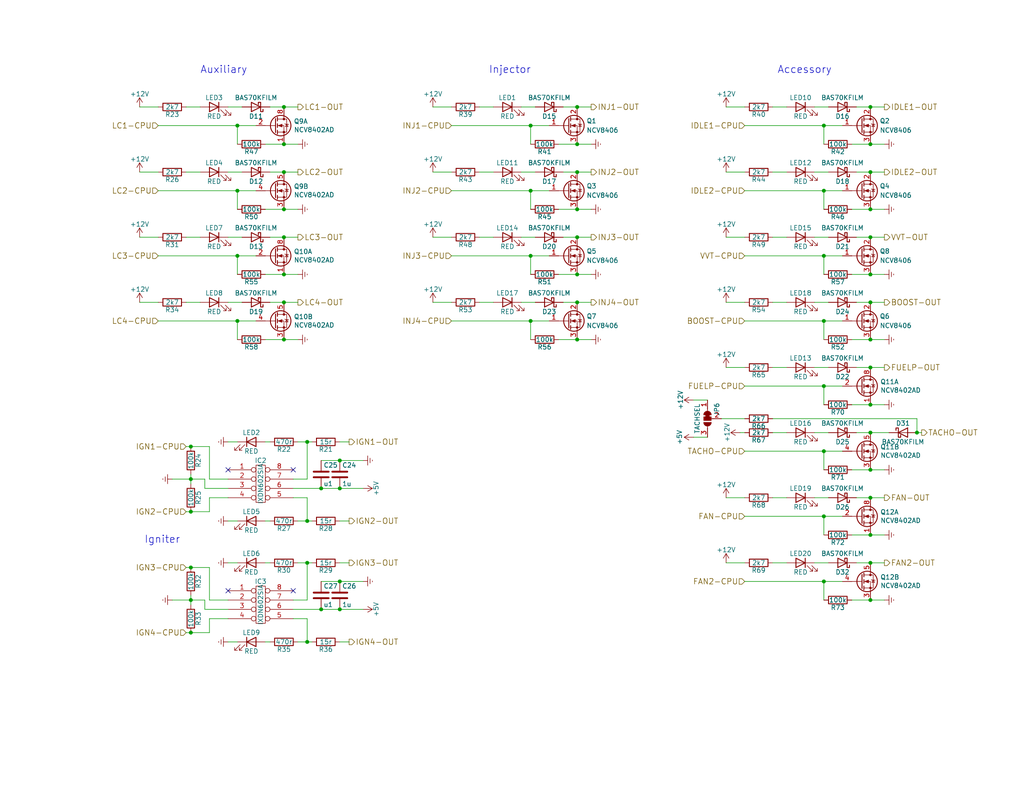
<source format=kicad_sch>
(kicad_sch (version 20211123) (generator eeschema)
  (paper "USLetter")
  (title_block (title "UA4C") (date "2022-07-13") (rev "C4") (company "WTMtronics") (comment 1 "White Fang"))
  (junction (at 144.78 69.85))
  (junction (at 224.79 87.63))
  (junction (at 224.79 34.29))
  (junction (at 237.49 92.71))
  (junction (at 224.79 140.97))
  (junction (at 157.48 57.15))
  (junction (at 64.77 69.85))
  (junction (at 237.49 100.33))
  (junction (at 250.19 118.11))
  (junction (at 237.49 110.49))
  (junction (at 92.71 125.73))
  (junction (at 77.47 82.55))
  (junction (at 87.63 133.35))
  (junction (at 237.49 135.89))
  (junction (at 237.49 82.55))
  (junction (at 77.47 46.99))
  (junction (at 64.77 87.63))
  (junction (at 237.49 153.67))
  (junction (at 92.71 133.35))
  (junction (at 237.49 74.93))
  (junction (at 144.78 87.63))
  (junction (at 237.49 57.15))
  (junction (at 77.47 92.71))
  (junction (at 157.48 64.77))
  (junction (at 92.71 166.37))
  (junction (at 77.47 29.21))
  (junction (at 77.47 64.77))
  (junction (at 144.78 34.29))
  (junction (at 83.82 175.26))
  (junction (at 77.47 39.37))
  (junction (at 237.49 64.77))
  (junction (at 237.49 29.21))
  (junction (at 237.49 46.99))
  (junction (at 224.79 105.41))
  (junction (at 157.48 92.71))
  (junction (at 224.79 123.19))
  (junction (at 237.49 163.83))
  (junction (at 224.79 158.75))
  (junction (at 157.48 29.21))
  (junction (at 157.48 74.93))
  (junction (at 64.77 34.29))
  (junction (at 77.47 74.93))
  (junction (at 237.49 118.11))
  (junction (at 52.07 172.72))
  (junction (at 64.77 52.07))
  (junction (at 224.79 52.07))
  (junction (at 224.79 69.85))
  (junction (at 144.78 52.07))
  (junction (at 87.63 166.37))
  (junction (at 237.49 146.05))
  (junction (at 237.49 128.27))
  (junction (at 52.07 163.83))
  (junction (at 157.48 82.55))
  (junction (at 157.48 39.37))
  (junction (at 52.07 154.94))
  (junction (at 52.07 121.92))
  (junction (at 77.47 57.15))
  (junction (at 52.07 139.7))
  (junction (at 83.82 153.67))
  (junction (at 83.82 120.65))
  (junction (at 52.07 130.81))
  (junction (at 237.49 39.37))
  (junction (at 92.71 158.75))
  (junction (at 83.82 142.24))
  (junction (at 157.48 46.99))
  (no_connect (at 80.01 161.29))
  (no_connect (at 62.23 128.27))
  (no_connect (at 62.23 161.29))
  (no_connect (at 80.01 128.27))
  (wire (pts (xy 144.78 57.15) (xy 144.78 52.07)))
  (wire (pts (xy 43.18 46.99) (xy 38.1 46.99)))
  (wire (pts (xy 157.48 82.55) (xy 161.29 82.55)))
  (wire (pts (xy 203.2 135.89) (xy 198.12 135.89)))
  (wire (pts (xy 233.68 153.67) (xy 237.49 153.67)))
  (wire (pts (xy 64.77 34.29) (xy 69.85 34.29)))
  (wire (pts (xy 226.06 46.99) (xy 222.25 46.99)))
  (wire (pts (xy 81.28 120.65) (xy 83.82 120.65)))
  (wire (pts (xy 237.49 110.49) (xy 241.3 110.49)))
  (wire (pts (xy 43.18 69.85) (xy 64.77 69.85)))
  (wire (pts (xy 134.62 64.77) (xy 130.81 64.77)))
  (wire (pts (xy 87.63 166.37) (xy 92.71 166.37)))
  (wire (pts (xy 72.39 57.15) (xy 77.47 57.15)))
  (wire (pts (xy 224.79 74.93) (xy 224.79 69.85)))
  (wire (pts (xy 203.2 64.77) (xy 198.12 64.77)))
  (wire (pts (xy 123.19 29.21) (xy 118.11 29.21)))
  (wire (pts (xy 77.47 82.55) (xy 81.28 82.55)))
  (wire (pts (xy 52.07 129.54) (xy 52.07 130.81)))
  (wire (pts (xy 52.07 162.56) (xy 52.07 163.83)))
  (wire (pts (xy 72.39 142.24) (xy 73.66 142.24)))
  (wire (pts (xy 157.48 29.21) (xy 161.29 29.21)))
  (wire (pts (xy 77.47 74.93) (xy 81.28 74.93)))
  (wire (pts (xy 57.15 154.94) (xy 57.15 163.83)))
  (wire (pts (xy 232.41 146.05) (xy 237.49 146.05)))
  (wire (pts (xy 52.07 172.72) (xy 57.15 172.72)))
  (wire (pts (xy 83.82 130.81) (xy 80.01 130.81)))
  (wire (pts (xy 203.2 46.99) (xy 198.12 46.99)))
  (wire (pts (xy 237.49 39.37) (xy 241.3 39.37)))
  (wire (pts (xy 237.49 57.15) (xy 241.3 57.15)))
  (wire (pts (xy 66.04 64.77) (xy 62.23 64.77)))
  (wire (pts (xy 92.71 175.26) (xy 95.25 175.26)))
  (wire (pts (xy 226.06 29.21) (xy 222.25 29.21)))
  (wire (pts (xy 153.67 82.55) (xy 157.48 82.55)))
  (wire (pts (xy 87.63 158.75) (xy 92.71 158.75)))
  (wire (pts (xy 203.2 153.67) (xy 198.12 153.67)))
  (wire (pts (xy 87.63 133.35) (xy 92.71 133.35)))
  (wire (pts (xy 203.2 100.33) (xy 198.12 100.33)))
  (wire (pts (xy 214.63 100.33) (xy 210.82 100.33)))
  (wire (pts (xy 214.63 29.21) (xy 210.82 29.21)))
  (wire (pts (xy 144.78 87.63) (xy 149.86 87.63)))
  (wire (pts (xy 237.49 92.71) (xy 241.3 92.71)))
  (wire (pts (xy 224.79 128.27) (xy 224.79 123.19)))
  (wire (pts (xy 226.06 118.11) (xy 222.25 118.11)))
  (wire (pts (xy 57.15 139.7) (xy 57.15 135.89)))
  (wire (pts (xy 57.15 121.92) (xy 57.15 130.81)))
  (wire (pts (xy 77.47 64.77) (xy 81.28 64.77)))
  (wire (pts (xy 123.19 82.55) (xy 118.11 82.55)))
  (wire (pts (xy 224.79 69.85) (xy 229.87 69.85)))
  (wire (pts (xy 233.68 82.55) (xy 237.49 82.55)))
  (wire (pts (xy 80.01 135.89) (xy 83.82 135.89)))
  (wire (pts (xy 55.88 130.81) (xy 55.88 133.35)))
  (wire (pts (xy 157.48 46.99) (xy 161.29 46.99)))
  (wire (pts (xy 237.49 100.33) (xy 241.3 100.33)))
  (wire (pts (xy 57.15 163.83) (xy 62.23 163.83)))
  (wire (pts (xy 92.71 125.73) (xy 99.06 125.73)))
  (wire (pts (xy 134.62 29.21) (xy 130.81 29.21)))
  (wire (pts (xy 57.15 168.91) (xy 62.23 168.91)))
  (wire (pts (xy 52.07 139.7) (xy 57.15 139.7)))
  (wire (pts (xy 224.79 110.49) (xy 224.79 105.41)))
  (wire (pts (xy 237.49 82.55) (xy 241.3 82.55)))
  (wire (pts (xy 237.49 46.99) (xy 241.3 46.99)))
  (wire (pts (xy 224.79 87.63) (xy 229.87 87.63)))
  (wire (pts (xy 55.88 133.35) (xy 62.23 133.35)))
  (wire (pts (xy 72.39 120.65) (xy 73.66 120.65)))
  (wire (pts (xy 57.15 130.81) (xy 62.23 130.81)))
  (wire (pts (xy 66.04 29.21) (xy 62.23 29.21)))
  (wire (pts (xy 83.82 135.89) (xy 83.82 142.24)))
  (wire (pts (xy 146.05 82.55) (xy 142.24 82.55)))
  (wire (pts (xy 52.07 130.81) (xy 52.07 132.08)))
  (wire (pts (xy 224.79 52.07) (xy 229.87 52.07)))
  (wire (pts (xy 226.06 82.55) (xy 222.25 82.55)))
  (wire (pts (xy 144.78 69.85) (xy 149.86 69.85)))
  (wire (pts (xy 157.48 92.71) (xy 152.4 92.71)))
  (wire (pts (xy 203.2 69.85) (xy 224.79 69.85)))
  (wire (pts (xy 72.39 153.67) (xy 73.66 153.67)))
  (wire (pts (xy 62.23 153.67) (xy 64.77 153.67)))
  (wire (pts (xy 161.29 92.71) (xy 157.48 92.71)))
  (wire (pts (xy 83.82 153.67) (xy 85.09 153.67)))
  (wire (pts (xy 233.68 135.89) (xy 237.49 135.89)))
  (wire (pts (xy 92.71 158.75) (xy 99.06 158.75)))
  (wire (pts (xy 157.48 64.77) (xy 161.29 64.77)))
  (wire (pts (xy 43.18 82.55) (xy 38.1 82.55)))
  (wire (pts (xy 203.2 158.75) (xy 224.79 158.75)))
  (wire (pts (xy 144.78 52.07) (xy 149.86 52.07)))
  (wire (pts (xy 203.2 105.41) (xy 224.79 105.41)))
  (wire (pts (xy 73.66 64.77) (xy 77.47 64.77)))
  (wire (pts (xy 224.79 34.29) (xy 229.87 34.29)))
  (wire (pts (xy 237.49 153.67) (xy 241.3 153.67)))
  (wire (pts (xy 161.29 57.15) (xy 157.48 57.15)))
  (wire (pts (xy 226.06 64.77) (xy 222.25 64.77)))
  (wire (pts (xy 193.04 119.38) (xy 189.23 119.38)))
  (wire (pts (xy 123.19 46.99) (xy 118.11 46.99)))
  (wire (pts (xy 64.77 39.37) (xy 64.77 34.29)))
  (wire (pts (xy 54.61 82.55) (xy 50.8 82.55)))
  (wire (pts (xy 123.19 52.07) (xy 144.78 52.07)))
  (wire (pts (xy 77.47 46.99) (xy 81.28 46.99)))
  (wire (pts (xy 157.48 57.15) (xy 152.4 57.15)))
  (wire (pts (xy 73.66 82.55) (xy 77.47 82.55)))
  (wire (pts (xy 157.48 74.93) (xy 152.4 74.93)))
  (wire (pts (xy 224.79 92.71) (xy 224.79 87.63)))
  (wire (pts (xy 232.41 74.93) (xy 237.49 74.93)))
  (wire (pts (xy 153.67 29.21) (xy 157.48 29.21)))
  (wire (pts (xy 43.18 64.77) (xy 38.1 64.77)))
  (wire (pts (xy 64.77 69.85) (xy 69.85 69.85)))
  (wire (pts (xy 92.71 153.67) (xy 95.25 153.67)))
  (wire (pts (xy 233.68 29.21) (xy 237.49 29.21)))
  (wire (pts (xy 72.39 92.71) (xy 77.47 92.71)))
  (wire (pts (xy 64.77 57.15) (xy 64.77 52.07)))
  (wire (pts (xy 203.2 29.21) (xy 198.12 29.21)))
  (wire (pts (xy 144.78 74.93) (xy 144.78 69.85)))
  (wire (pts (xy 92.71 120.65) (xy 95.25 120.65)))
  (wire (pts (xy 83.82 168.91) (xy 80.01 168.91)))
  (wire (pts (xy 250.19 118.11) (xy 251.46 118.11)))
  (wire (pts (xy 55.88 166.37) (xy 62.23 166.37)))
  (wire (pts (xy 50.8 139.7) (xy 52.07 139.7)))
  (wire (pts (xy 83.82 142.24) (xy 85.09 142.24)))
  (wire (pts (xy 72.39 74.93) (xy 77.47 74.93)))
  (wire (pts (xy 52.07 121.92) (xy 57.15 121.92)))
  (wire (pts (xy 123.19 34.29) (xy 144.78 34.29)))
  (wire (pts (xy 50.8 121.92) (xy 52.07 121.92)))
  (wire (pts (xy 210.82 114.3) (xy 250.19 114.3)))
  (wire (pts (xy 72.39 39.37) (xy 77.47 39.37)))
  (wire (pts (xy 226.06 153.67) (xy 222.25 153.67)))
  (wire (pts (xy 73.66 46.99) (xy 77.47 46.99)))
  (wire (pts (xy 233.68 64.77) (xy 237.49 64.77)))
  (wire (pts (xy 52.07 163.83) (xy 52.07 165.1)))
  (wire (pts (xy 203.2 34.29) (xy 224.79 34.29)))
  (wire (pts (xy 46.99 130.81) (xy 52.07 130.81)))
  (wire (pts (xy 196.85 114.3) (xy 203.2 114.3)))
  (wire (pts (xy 54.61 29.21) (xy 50.8 29.21)))
  (wire (pts (xy 203.2 87.63) (xy 224.79 87.63)))
  (wire (pts (xy 92.71 166.37) (xy 99.06 166.37)))
  (wire (pts (xy 77.47 29.21) (xy 81.28 29.21)))
  (wire (pts (xy 123.19 87.63) (xy 144.78 87.63)))
  (wire (pts (xy 43.18 29.21) (xy 38.1 29.21)))
  (wire (pts (xy 55.88 163.83) (xy 55.88 166.37)))
  (wire (pts (xy 214.63 64.77) (xy 210.82 64.77)))
  (wire (pts (xy 83.82 168.91) (xy 83.82 175.26)))
  (wire (pts (xy 242.57 118.11) (xy 237.49 118.11)))
  (wire (pts (xy 83.82 175.26) (xy 85.09 175.26)))
  (wire (pts (xy 43.18 87.63) (xy 64.77 87.63)))
  (wire (pts (xy 134.62 82.55) (xy 130.81 82.55)))
  (wire (pts (xy 92.71 133.35) (xy 99.06 133.35)))
  (wire (pts (xy 224.79 39.37) (xy 224.79 34.29)))
  (wire (pts (xy 224.79 57.15) (xy 224.79 52.07)))
  (wire (pts (xy 81.28 175.26) (xy 83.82 175.26)))
  (wire (pts (xy 224.79 123.19) (xy 229.87 123.19)))
  (wire (pts (xy 224.79 140.97) (xy 229.87 140.97)))
  (wire (pts (xy 77.47 39.37) (xy 81.28 39.37)))
  (wire (pts (xy 203.2 82.55) (xy 198.12 82.55)))
  (wire (pts (xy 224.79 105.41) (xy 229.87 105.41)))
  (wire (pts (xy 62.23 142.24) (xy 64.77 142.24)))
  (wire (pts (xy 83.82 120.65) (xy 85.09 120.65)))
  (wire (pts (xy 224.79 158.75) (xy 229.87 158.75)))
  (wire (pts (xy 57.15 135.89) (xy 62.23 135.89)))
  (wire (pts (xy 157.48 39.37) (xy 152.4 39.37)))
  (wire (pts (xy 73.66 29.21) (xy 77.47 29.21)))
  (wire (pts (xy 80.01 133.35) (xy 87.63 133.35)))
  (wire (pts (xy 161.29 74.93) (xy 157.48 74.93)))
  (wire (pts (xy 87.63 125.73) (xy 92.71 125.73)))
  (wire (pts (xy 83.82 153.67) (xy 83.82 163.83)))
  (wire (pts (xy 237.49 135.89) (xy 241.3 135.89)))
  (wire (pts (xy 52.07 130.81) (xy 55.88 130.81)))
  (wire (pts (xy 161.29 39.37) (xy 157.48 39.37)))
  (wire (pts (xy 237.49 146.05) (xy 241.3 146.05)))
  (wire (pts (xy 81.28 153.67) (xy 83.82 153.67)))
  (wire (pts (xy 237.49 64.77) (xy 241.3 64.77)))
  (wire (pts (xy 123.19 64.77) (xy 118.11 64.77)))
  (wire (pts (xy 64.77 74.93) (xy 64.77 69.85)))
  (wire (pts (xy 232.41 57.15) (xy 237.49 57.15)))
  (wire (pts (xy 224.79 146.05) (xy 224.79 140.97)))
  (wire (pts (xy 214.63 153.67) (xy 210.82 153.67)))
  (wire (pts (xy 72.39 175.26) (xy 73.66 175.26)))
  (wire (pts (xy 233.68 46.99) (xy 237.49 46.99)))
  (wire (pts (xy 43.18 34.29) (xy 64.77 34.29)))
  (wire (pts (xy 233.68 118.11) (xy 237.49 118.11)))
  (wire (pts (xy 54.61 46.99) (xy 50.8 46.99)))
  (wire (pts (xy 62.23 120.65) (xy 64.77 120.65)))
  (wire (pts (xy 146.05 64.77) (xy 142.24 64.77)))
  (wire (pts (xy 201.93 118.11) (xy 203.2 118.11)))
  (wire (pts (xy 237.49 163.83) (xy 241.3 163.83)))
  (wire (pts (xy 226.06 135.89) (xy 222.25 135.89)))
  (wire (pts (xy 232.41 128.27) (xy 237.49 128.27)))
  (wire (pts (xy 62.23 175.26) (xy 64.77 175.26)))
  (wire (pts (xy 123.19 69.85) (xy 144.78 69.85)))
  (wire (pts (xy 50.8 172.72) (xy 52.07 172.72)))
  (wire (pts (xy 203.2 123.19) (xy 224.79 123.19)))
  (wire (pts (xy 214.63 82.55) (xy 210.82 82.55)))
  (wire (pts (xy 232.41 39.37) (xy 237.49 39.37)))
  (wire (pts (xy 92.71 142.24) (xy 95.25 142.24)))
  (wire (pts (xy 226.06 100.33) (xy 222.25 100.33)))
  (wire (pts (xy 232.41 110.49) (xy 237.49 110.49)))
  (wire (pts (xy 64.77 52.07) (xy 69.85 52.07)))
  (wire (pts (xy 189.23 109.22) (xy 193.04 109.22)))
  (wire (pts (xy 214.63 46.99) (xy 210.82 46.99)))
  (wire (pts (xy 64.77 92.71) (xy 64.77 87.63)))
  (wire (pts (xy 214.63 135.89) (xy 210.82 135.89)))
  (wire (pts (xy 237.49 128.27) (xy 241.3 128.27)))
  (wire (pts (xy 232.41 92.71) (xy 237.49 92.71)))
  (wire (pts (xy 250.19 114.3) (xy 250.19 118.11)))
  (wire (pts (xy 203.2 140.97) (xy 224.79 140.97)))
  (wire (pts (xy 203.2 52.07) (xy 224.79 52.07)))
  (wire (pts (xy 46.99 163.83) (xy 52.07 163.83)))
  (wire (pts (xy 83.82 163.83) (xy 80.01 163.83)))
  (wire (pts (xy 66.04 46.99) (xy 62.23 46.99)))
  (wire (pts (xy 83.82 120.65) (xy 83.82 130.81)))
  (wire (pts (xy 52.07 163.83) (xy 55.88 163.83)))
  (wire (pts (xy 233.68 100.33) (xy 237.49 100.33)))
  (wire (pts (xy 134.62 46.99) (xy 130.81 46.99)))
  (wire (pts (xy 232.41 163.83) (xy 237.49 163.83)))
  (wire (pts (xy 81.28 142.24) (xy 83.82 142.24)))
  (wire (pts (xy 80.01 166.37) (xy 87.63 166.37)))
  (wire (pts (xy 66.04 82.55) (xy 62.23 82.55)))
  (wire (pts (xy 50.8 154.94) (xy 52.07 154.94)))
  (wire (pts (xy 153.67 64.77) (xy 157.48 64.77)))
  (wire (pts (xy 52.07 154.94) (xy 57.15 154.94)))
  (wire (pts (xy 43.18 52.07) (xy 64.77 52.07)))
  (wire (pts (xy 144.78 39.37) (xy 144.78 34.29)))
  (wire (pts (xy 77.47 92.71) (xy 81.28 92.71)))
  (wire (pts (xy 153.67 46.99) (xy 157.48 46.99)))
  (wire (pts (xy 144.78 34.29) (xy 149.86 34.29)))
  (wire (pts (xy 146.05 29.21) (xy 142.24 29.21)))
  (wire (pts (xy 144.78 92.71) (xy 144.78 87.63)))
  (wire (pts (xy 54.61 64.77) (xy 50.8 64.77)))
  (wire (pts (xy 64.77 87.63) (xy 69.85 87.63)))
  (wire (pts (xy 77.47 57.15) (xy 81.28 57.15)))
  (wire (pts (xy 57.15 172.72) (xy 57.15 168.91)))
  (wire (pts (xy 237.49 29.21) (xy 241.3 29.21)))
  (wire (pts (xy 237.49 74.93) (xy 241.3 74.93)))
  (wire (pts (xy 146.05 46.99) (xy 142.24 46.99)))
  (wire (pts (xy 210.82 118.11) (xy 214.63 118.11)))
  (wire (pts (xy 224.79 163.83) (xy 224.79 158.75)))
  (text "Accessory" (at 212.09 20.32 0) (effects (font (size 2.0066 2.0066)) (justify left bottom)))
  (text "Auxiliary" (at 54.61 20.32 0) (effects (font (size 2.0066 2.0066)) (justify left bottom)))
  (text "Injector" (at 133.35 20.32 0) (effects (font (size 2.0066 2.0066)) (justify left bottom)))
  (text "Igniter" (at 39.37 148.59 0) (effects (font (size 2.0066 2.0066)) (justify left bottom)))
  (hierarchical_label "INJ3-OUT" (shape output) (at 161.29 64.77 0) (effects (font (size 1.524 1.524))))
  (hierarchical_label "FAN-CPU" (shape input) (at 203.2 140.97 180) (effects (font (size 1.524 1.524))))
  (hierarchical_label "FUELP-CPU" (shape input) (at 203.2 105.41 180) (effects (font (size 1.524 1.524))))
  (hierarchical_label "INJ4-OUT" (shape output) (at 161.29 82.55 0) (effects (font (size 1.524 1.524))))
  (hierarchical_label "FAN2-OUT" (shape output) (at 241.3 153.67 0) (effects (font (size 1.524 1.524))))
  (hierarchical_label "INJ1-CPU" (shape input) (at 123.19 34.29 180) (effects (font (size 1.524 1.524))))
  (hierarchical_label "LC1-CPU" (shape input) (at 43.18 34.29 180) (effects (font (size 1.524 1.524))))
  (hierarchical_label "LC3-CPU" (shape input) (at 43.18 69.85 180) (effects (font (size 1.524 1.524))))
  (hierarchical_label "LC4-OUT" (shape output) (at 81.28 82.55 0) (effects (font (size 1.524 1.524))))
  (hierarchical_label "IDLE2-CPU" (shape input) (at 203.2 52.07 180) (effects (font (size 1.524 1.524))))
  (hierarchical_label "FAN2-CPU" (shape input) (at 203.2 158.75 180) (effects (font (size 1.524 1.524))))
  (hierarchical_label "FUELP-OUT" (shape output) (at 241.3 100.33 0) (effects (font (size 1.524 1.524))))
  (hierarchical_label "IDLE1-OUT" (shape output) (at 241.3 29.21 0) (effects (font (size 1.524 1.524))))
  (hierarchical_label "TACHO-CPU" (shape input) (at 203.2 123.19 180) (effects (font (size 1.524 1.524))))
  (hierarchical_label "IDLE2-OUT" (shape output) (at 241.3 46.99 0) (effects (font (size 1.524 1.524))))
  (hierarchical_label "TACHO-OUT" (shape output) (at 251.46 118.11 0) (effects (font (size 1.524 1.524))))
  (hierarchical_label "LC2-OUT" (shape output) (at 81.28 46.99 0) (effects (font (size 1.524 1.524))))
  (hierarchical_label "INJ4-CPU" (shape input) (at 123.19 87.63 180) (effects (font (size 1.524 1.524))))
  (hierarchical_label "IGN4-OUT" (shape output) (at 95.25 175.26 0) (effects (font (size 1.524 1.524))))
  (hierarchical_label "VVT-OUT" (shape output) (at 241.3 64.77 0) (effects (font (size 1.524 1.524))))
  (hierarchical_label "IGN1-CPU" (shape input) (at 50.8 121.92 180) (effects (font (size 1.524 1.524))))
  (hierarchical_label "VVT-CPU" (shape input) (at 203.2 69.85 180) (effects (font (size 1.524 1.524))))
  (hierarchical_label "IGN3-CPU" (shape input) (at 50.8 154.94 180) (effects (font (size 1.524 1.524))))
  (hierarchical_label "IDLE1-CPU" (shape input) (at 203.2 34.29 180) (effects (font (size 1.524 1.524))))
  (hierarchical_label "IGN2-CPU" (shape input) (at 50.8 139.7 180) (effects (font (size 1.524 1.524))))
  (hierarchical_label "IGN3-OUT" (shape output) (at 95.25 153.67 0) (effects (font (size 1.524 1.524))))
  (hierarchical_label "BOOST-OUT" (shape output) (at 241.3 82.55 0) (effects (font (size 1.524 1.524))))
  (hierarchical_label "INJ3-CPU" (shape input) (at 123.19 69.85 180) (effects (font (size 1.524 1.524))))
  (hierarchical_label "LC2-CPU" (shape input) (at 43.18 52.07 180) (effects (font (size 1.524 1.524))))
  (hierarchical_label "INJ2-OUT" (shape output) (at 161.29 46.99 0) (effects (font (size 1.524 1.524))))
  (hierarchical_label "LC3-OUT" (shape output) (at 81.28 64.77 0) (effects (font (size 1.524 1.524))))
  (hierarchical_label "LC1-OUT" (shape output) (at 81.28 29.21 0) (effects (font (size 1.524 1.524))))
  (hierarchical_label "INJ2-CPU" (shape input) (at 123.19 52.07 180) (effects (font (size 1.524 1.524))))
  (hierarchical_label "LC4-CPU" (shape input) (at 43.18 87.63 180) (effects (font (size 1.524 1.524))))
  (hierarchical_label "IGN2-OUT" (shape output) (at 95.25 142.24 0) (effects (font (size 1.524 1.524))))
  (hierarchical_label "INJ1-OUT" (shape output) (at 161.29 29.21 0) (effects (font (size 1.524 1.524))))
  (hierarchical_label "IGN1-OUT" (shape output) (at 95.25 120.65 0) (effects (font (size 1.524 1.524))))
  (hierarchical_label "IGN4-CPU" (shape input) (at 50.8 172.72 180) (effects (font (size 1.524 1.524))))
  (hierarchical_label "BOOST-CPU" (shape input) (at 203.2 87.63 180) (effects (font (size 1.524 1.524))))
  (hierarchical_label "FAN-OUT" (shape output) (at 241.3 135.89 0) (effects (font (size 1.524 1.524))))
  (symbol (lib_id "Underdog-rescue:DIL8-modules") (at 71.12 132.08 0) (unit 1)
    (property "Reference" "IC2" (at 71.12 125.73 0))
    (property "Value" "IXDN602SIA" (at 71.12 132.08 90))
    (property "Footprint" "Package_SO:SOIC-8_3.9x4.9mm_P1.27mm" (effects hide))
    (property "MPN" "IXDN602SIA" (effects hide))
  )
  (symbol (lib_id "Device:R") (at 77.47 142.24 270) (unit 1)
    (property "Reference" "R27" (at 77.47 144.272 90))
    (property "Value" "470r" (at 77.47 142.24 90))
    (property "Footprint" "Resistor_SMD:R_0805_2012Metric" (effects hide))
    (property "MPN" "RK73H2ATTD4700F" (effects hide))
  )
  (symbol (lib_id "Device:R") (at 77.47 120.65 270) (unit 1)
    (property "Reference" "R22" (at 77.47 122.682 90))
    (property "Value" "470r" (at 77.47 120.65 90))
    (property "Footprint" "Resistor_SMD:R_0805_2012Metric" (effects hide))
    (property "MPN" "RK73H2ATTD4700F" (effects hide))
  )
  (symbol (lib_id "Device:LED") (at 68.58 142.24 0) (unit 1)
    (property "Reference" "LED5" (at 68.58 139.7 0))
    (property "Value" "RED" (at 68.58 144.78 0))
    (property "Footprint" "LED_SMD:LED_0603_1608Metric" (effects hide))
    (property "MPN" "SML-310LTT86" (effects hide))
  )
  (symbol (lib_id "Device:LED") (at 68.58 120.65 0) (unit 1)
    (property "Reference" "LED2" (at 68.58 118.11 0))
    (property "Value" "RED" (at 68.58 123.19 0))
    (property "Footprint" "LED_SMD:LED_0603_1608Metric" (effects hide))
    (property "MPN" "SML-310LTT86" (effects hide))
  )
  (symbol (lib_id "Device:C") (at 92.71 129.54 0) (unit 1)
    (property "Reference" "C24" (at 93.345 127 0) (effects (justify left)))
    (property "Value" "1u" (at 93.345 132.08 0) (effects (justify left)))
    (property "Footprint" "Capacitor_SMD:C_0805_2012Metric" (effects hide))
    (property "MPN" "CL21B105KBFNNNE" (effects hide))
  )
  (symbol (lib_id "power:+5V") (at 99.06 133.35 270) (unit 1)
    (property "Reference" "#PWR083" (effects hide))
    (property "Value" "+5V" (at 102.616 133.35 0))
  )
  (symbol (lib_id "Device:R") (at 52.07 125.73 0) (unit 1)
    (property "Reference" "R24" (at 54.102 125.73 90))
    (property "Value" "100k" (at 52.07 125.73 90))
    (property "Footprint" "Resistor_SMD:R_0603_1608Metric" (effects hide))
    (property "MPN" "RK73B1JTTD104J" (effects hide))
  )
  (symbol (lib_id "Device:R") (at 52.07 135.89 0) (unit 1)
    (property "Reference" "R25" (at 54.102 135.89 90))
    (property "Value" "100k" (at 52.07 135.89 90))
    (property "Footprint" "Resistor_SMD:R_0603_1608Metric" (effects hide))
    (property "MPN" "RK73B1JTTD104J" (effects hide))
  )
  (symbol (lib_id "Device:C") (at 87.63 129.54 0) (unit 1)
    (property "Reference" "C25" (at 88.265 127 0) (effects (justify left)))
    (property "Value" "u1" (at 88.265 132.08 0) (effects (justify left)))
    (property "Footprint" "Capacitor_SMD:C_0805_2012Metric" (effects hide))
    (property "MPN" "CL21B104KBFNNNE" (effects hide))
  )
  (symbol (lib_id "Underdog-rescue:DIL8-modules") (at 71.12 165.1 0) (unit 1)
    (property "Reference" "IC3" (at 71.12 158.75 0))
    (property "Value" "IXDN602SIA" (at 71.12 165.1 90))
    (property "Footprint" "Package_SO:SOIC-8_3.9x4.9mm_P1.27mm" (effects hide))
    (property "MPN" "IXDN602SIA" (effects hide))
  )
  (symbol (lib_id "Device:R") (at 77.47 175.26 270) (unit 1)
    (property "Reference" "R35" (at 77.47 177.292 90))
    (property "Value" "470r" (at 77.47 175.26 90))
    (property "Footprint" "Resistor_SMD:R_0805_2012Metric" (effects hide))
    (property "MPN" "RK73H2ATTD4700F" (effects hide))
  )
  (symbol (lib_id "Device:R") (at 77.47 153.67 270) (unit 1)
    (property "Reference" "R30" (at 77.47 155.702 90))
    (property "Value" "470r" (at 77.47 153.67 90))
    (property "Footprint" "Resistor_SMD:R_0805_2012Metric" (effects hide))
    (property "MPN" "RK73H2ATTD4700F" (effects hide))
  )
  (symbol (lib_id "Device:LED") (at 68.58 175.26 0) (unit 1)
    (property "Reference" "LED9" (at 68.58 172.72 0))
    (property "Value" "RED" (at 68.58 177.8 0))
    (property "Footprint" "LED_SMD:LED_0603_1608Metric" (effects hide))
    (property "MPN" "SML-310LTT86" (effects hide))
  )
  (symbol (lib_id "Device:LED") (at 68.58 153.67 0) (unit 1)
    (property "Reference" "LED6" (at 68.58 151.13 0))
    (property "Value" "RED" (at 68.58 156.21 0))
    (property "Footprint" "LED_SMD:LED_0603_1608Metric" (effects hide))
    (property "MPN" "SML-310LTT86" (effects hide))
  )
  (symbol (lib_id "Device:C") (at 92.71 162.56 0) (unit 1)
    (property "Reference" "C26" (at 93.345 160.02 0) (effects (justify left)))
    (property "Value" "1u" (at 93.345 165.1 0) (effects (justify left)))
    (property "Footprint" "Capacitor_SMD:C_0805_2012Metric" (effects hide))
    (property "MPN" "CL21B105KBFNNNE" (effects hide))
  )
  (symbol (lib_id "power:+5V") (at 99.06 166.37 270) (unit 1)
    (property "Reference" "#PWR088" (effects hide))
    (property "Value" "+5V" (at 102.616 166.37 0))
  )
  (symbol (lib_id "Device:R") (at 52.07 158.75 0) (unit 1)
    (property "Reference" "R32" (at 54.102 158.75 90))
    (property "Value" "100k" (at 52.07 158.75 90))
    (property "Footprint" "Resistor_SMD:R_0603_1608Metric" (effects hide))
    (property "MPN" "RK73B1JTTD104J" (effects hide))
  )
  (symbol (lib_id "Device:R") (at 52.07 168.91 0) (unit 1)
    (property "Reference" "R33" (at 54.102 168.91 90))
    (property "Value" "100k" (at 52.07 168.91 90))
    (property "Footprint" "Resistor_SMD:R_0603_1608Metric" (effects hide))
    (property "MPN" "RK73B1JTTD104J" (effects hide))
  )
  (symbol (lib_id "Device:C") (at 87.63 162.56 0) (unit 1)
    (property "Reference" "C27" (at 88.265 160.02 0) (effects (justify left)))
    (property "Value" "u1" (at 88.265 165.1 0) (effects (justify left)))
    (property "Footprint" "Capacitor_SMD:C_0805_2012Metric" (effects hide))
    (property "MPN" "CL21B104KBFNNNE" (effects hide))
  )
  (symbol (lib_id "power:Earth") (at 99.06 158.75 90) (unit 1)
    (property "Reference" "#PWR086" (effects hide))
    (property "Value" "Earth" (effects hide))
  )
  (symbol (lib_id "power:Earth") (at 46.99 163.83 270) (unit 1)
    (property "Reference" "#PWR087" (effects hide))
    (property "Value" "Earth" (effects hide))
  )
  (symbol (lib_id "power:Earth") (at 62.23 142.24 270) (unit 1)
    (property "Reference" "#PWR084" (effects hide))
    (property "Value" "Earth" (effects hide))
  )
  (symbol (lib_id "Device:R") (at 88.9 175.26 270) (unit 1)
    (property "Reference" "R36" (at 88.9 177.292 90))
    (property "Value" "15r" (at 88.9 175.26 90))
    (property "Footprint" "Resistor_SMD:R_2512_6332Metric" (effects hide))
    (property "MPN" "RK73H3ATTE15R0F" (effects hide))
  )
  (symbol (lib_id "Device:R") (at 88.9 142.24 270) (unit 1)
    (property "Reference" "R28" (at 88.9 144.272 90))
    (property "Value" "15r" (at 88.9 142.24 90))
    (property "Footprint" "Resistor_SMD:R_2512_6332Metric" (effects hide))
    (property "MPN" "RK73H3ATTE15R0F" (effects hide))
  )
  (symbol (lib_id "Device:R") (at 88.9 120.65 270) (unit 1)
    (property "Reference" "R21" (at 88.9 122.682 90))
    (property "Value" "15r" (at 88.9 120.65 90))
    (property "Footprint" "Resistor_SMD:R_2512_6332Metric" (effects hide))
    (property "MPN" "RK73H3ATTE15R0F" (effects hide))
  )
  (symbol (lib_id "Device:R") (at 88.9 153.67 270) (unit 1)
    (property "Reference" "R29" (at 88.9 155.702 90))
    (property "Value" "15r" (at 88.9 153.67 90))
    (property "Footprint" "Resistor_SMD:R_2512_6332Metric" (effects hide))
    (property "MPN" "RK73H3ATTE15R0F" (effects hide))
  )
  (symbol (lib_id "power:Earth") (at 62.23 153.67 270) (unit 1)
    (property "Reference" "#PWR085" (effects hide))
    (property "Value" "Earth" (effects hide))
  )
  (symbol (lib_id "power:Earth") (at 62.23 175.26 270) (unit 1)
    (property "Reference" "#PWR089" (effects hide))
    (property "Value" "Earth" (effects hide))
  )
  (symbol (lib_id "power:Earth") (at 62.23 120.65 270) (unit 1)
    (property "Reference" "#PWR080" (effects hide))
    (property "Value" "Earth" (effects hide))
  )
  (symbol (lib_id "power:Earth") (at 99.06 125.73 90) (unit 1)
    (property "Reference" "#PWR081" (effects hide))
    (property "Value" "Earth" (effects hide))
  )
  (symbol (lib_id "power:Earth") (at 46.99 130.81 270) (unit 1)
    (property "Reference" "#PWR082" (effects hide))
    (property "Value" "Earth" (effects hide))
  )
  (symbol (lib_id "Device:Q_NMOS_GDS") (at 154.94 34.29 0) (unit 1)
    (property "Reference" "Q1" (at 160.02 33.02 0) (effects (justify left)))
    (property "Value" "NCV8406" (at 160.02 35.56 0) (effects (justify left)))
    (property "Footprint" "Package_TO_SOT_SMD:TO-252-3_TabPin2" (effects hide))
    (property "MPN" "NCV8406BDTRKG" (effects hide))
  )
  (symbol (lib_id "power:+12V") (at 118.11 29.21 0) (unit 1)
    (property "Reference" "#PWR055" (effects hide))
    (property "Value" "+12V" (at 118.11 25.654 0))
  )
  (symbol (lib_id "Device:R") (at 127 29.21 270) (unit 1)
    (property "Reference" "R39" (at 127 31.242 90))
    (property "Value" "2k7" (at 127 29.21 90))
    (property "Footprint" "Resistor_SMD:R_0603_1608Metric" (effects hide))
    (property "MPN" "RK73B1JTTD272J" (effects hide))
  )
  (symbol (lib_id "Device:LED") (at 138.43 29.21 0) (mirror y) (unit 1)
    (property "Reference" "LED1" (at 138.43 26.67 0))
    (property "Value" "RED" (at 138.43 31.75 0))
    (property "Footprint" "LED_SMD:LED_0603_1608Metric" (effects hide))
    (property "MPN" "SML-310LTT86" (effects hide))
  )
  (symbol (lib_id "Device:D_Schottky") (at 149.86 29.21 180) (unit 1)
    (property "Reference" "D15" (at 149.86 31.75 0))
    (property "Value" "BAS70KFILM" (at 149.86 26.67 0))
    (property "Footprint" "Diode_SMD:D_SOD-523" (effects hide))
    (property "MPN" "BAS70-02V-V-G-08" (effects hide))
  )
  (symbol (lib_id "Device:R") (at 148.59 39.37 270) (unit 1)
    (property "Reference" "R41" (at 148.59 41.402 90))
    (property "Value" "100k" (at 148.59 39.37 90))
    (property "Footprint" "Resistor_SMD:R_0603_1608Metric" (effects hide))
    (property "MPN" "RK73B1JTTD104J" (effects hide))
  )
  (symbol (lib_id "power:Earth") (at 161.29 39.37 90) (unit 1)
    (property "Reference" "#PWR058" (effects hide))
    (property "Value" "Earth" (effects hide))
  )
  (symbol (lib_id "Device:Q_NMOS_GDS") (at 154.94 52.07 0) (unit 1)
    (property "Reference" "Q3" (at 160.02 50.8 0) (effects (justify left)))
    (property "Value" "NCV8406" (at 160.02 53.34 0) (effects (justify left)))
    (property "Footprint" "Package_TO_SOT_SMD:TO-252-3_TabPin2" (effects hide))
    (property "MPN" "NCV8406BDTRKG" (effects hide))
  )
  (symbol (lib_id "power:+12V") (at 118.11 46.99 0) (unit 1)
    (property "Reference" "#PWR061" (effects hide))
    (property "Value" "+12V" (at 118.11 43.434 0))
  )
  (symbol (lib_id "Device:R") (at 127 46.99 270) (unit 1)
    (property "Reference" "R43" (at 127 49.022 90))
    (property "Value" "2k7" (at 127 46.99 90))
    (property "Footprint" "Resistor_SMD:R_0603_1608Metric" (effects hide))
    (property "MPN" "RK73B1JTTD272J" (effects hide))
  )
  (symbol (lib_id "Device:LED") (at 138.43 46.99 0) (mirror y) (unit 1)
    (property "Reference" "LED11" (at 138.43 44.45 0))
    (property "Value" "RED" (at 138.43 49.53 0))
    (property "Footprint" "LED_SMD:LED_0603_1608Metric" (effects hide))
    (property "MPN" "SML-310LTT86" (effects hide))
  )
  (symbol (lib_id "Device:D_Schottky") (at 149.86 46.99 180) (unit 1)
    (property "Reference" "D17" (at 149.86 49.53 0))
    (property "Value" "BAS70KFILM" (at 149.86 44.45 0))
    (property "Footprint" "Diode_SMD:D_SOD-523" (effects hide))
    (property "MPN" "BAS70-02V-V-G-08" (effects hide))
  )
  (symbol (lib_id "Device:R") (at 148.59 57.15 270) (unit 1)
    (property "Reference" "R45" (at 148.59 59.182 90))
    (property "Value" "100k" (at 148.59 57.15 90))
    (property "Footprint" "Resistor_SMD:R_0603_1608Metric" (effects hide))
    (property "MPN" "RK73B1JTTD104J" (effects hide))
  )
  (symbol (lib_id "power:Earth") (at 161.29 57.15 90) (unit 1)
    (property "Reference" "#PWR064" (effects hide))
    (property "Value" "Earth" (effects hide))
  )
  (symbol (lib_id "Device:Q_NMOS_GDS") (at 154.94 69.85 0) (unit 1)
    (property "Reference" "Q5" (at 160.02 68.58 0) (effects (justify left)))
    (property "Value" "NCV8406" (at 160.02 71.12 0) (effects (justify left)))
    (property "Footprint" "Package_TO_SOT_SMD:TO-252-3_TabPin2" (effects hide))
    (property "MPN" "NCV8406BDTRKG" (effects hide))
  )
  (symbol (lib_id "power:+12V") (at 118.11 64.77 0) (unit 1)
    (property "Reference" "#PWR067" (effects hide))
    (property "Value" "+12V" (at 118.11 61.214 0))
  )
  (symbol (lib_id "Device:R") (at 127 64.77 270) (unit 1)
    (property "Reference" "R48" (at 127 66.802 90))
    (property "Value" "2k7" (at 127 64.77 90))
    (property "Footprint" "Resistor_SMD:R_0603_1608Metric" (effects hide))
    (property "MPN" "RK73B1JTTD272J" (effects hide))
  )
  (symbol (lib_id "Device:LED") (at 138.43 64.77 0) (mirror y) (unit 1)
    (property "Reference" "LED14" (at 138.43 62.23 0))
    (property "Value" "RED" (at 138.43 67.31 0))
    (property "Footprint" "LED_SMD:LED_0603_1608Metric" (effects hide))
    (property "MPN" "SML-310LTT86" (effects hide))
  )
  (symbol (lib_id "Device:D_Schottky") (at 149.86 64.77 180) (unit 1)
    (property "Reference" "D20" (at 149.86 67.31 0))
    (property "Value" "BAS70KFILM" (at 149.86 62.23 0))
    (property "Footprint" "Diode_SMD:D_SOD-523" (effects hide))
    (property "MPN" "BAS70-02V-V-G-08" (effects hide))
  )
  (symbol (lib_id "Device:R") (at 148.59 74.93 270) (unit 1)
    (property "Reference" "R51" (at 148.59 76.962 90))
    (property "Value" "100k" (at 148.59 74.93 90))
    (property "Footprint" "Resistor_SMD:R_0603_1608Metric" (effects hide))
    (property "MPN" "RK73B1JTTD104J" (effects hide))
  )
  (symbol (lib_id "power:Earth") (at 161.29 74.93 90) (unit 1)
    (property "Reference" "#PWR070" (effects hide))
    (property "Value" "Earth" (effects hide))
  )
  (symbol (lib_id "Device:Q_NMOS_GDS") (at 154.94 87.63 0) (unit 1)
    (property "Reference" "Q7" (at 160.02 86.36 0) (effects (justify left)))
    (property "Value" "NCV8406" (at 160.02 88.9 0) (effects (justify left)))
    (property "Footprint" "Package_TO_SOT_SMD:TO-252-3_TabPin2" (effects hide))
    (property "MPN" "NCV8406BDTRKG" (effects hide))
  )
  (symbol (lib_id "power:+12V") (at 118.11 82.55 0) (unit 1)
    (property "Reference" "#PWR074" (effects hide))
    (property "Value" "+12V" (at 118.11 78.994 0))
  )
  (symbol (lib_id "Device:R") (at 127 82.55 270) (unit 1)
    (property "Reference" "R53" (at 127 84.582 90))
    (property "Value" "2k7" (at 127 82.55 90))
    (property "Footprint" "Resistor_SMD:R_0603_1608Metric" (effects hide))
    (property "MPN" "RK73B1JTTD272J" (effects hide))
  )
  (symbol (lib_id "Device:LED") (at 138.43 82.55 0) (mirror y) (unit 1)
    (property "Reference" "LED17" (at 138.43 80.01 0))
    (property "Value" "RED" (at 138.43 85.09 0))
    (property "Footprint" "LED_SMD:LED_0603_1608Metric" (effects hide))
    (property "MPN" "SML-310LTT86" (effects hide))
  )
  (symbol (lib_id "Device:D_Schottky") (at 149.86 82.55 180) (unit 1)
    (property "Reference" "D23" (at 149.86 85.09 0))
    (property "Value" "BAS70KFILM" (at 149.86 80.01 0))
    (property "Footprint" "Diode_SMD:D_SOD-523" (effects hide))
    (property "MPN" "BAS70-02V-V-G-08" (effects hide))
  )
  (symbol (lib_id "Device:R") (at 148.59 92.71 270) (unit 1)
    (property "Reference" "R56" (at 148.59 94.742 90))
    (property "Value" "100k" (at 148.59 92.71 90))
    (property "Footprint" "Resistor_SMD:R_0603_1608Metric" (effects hide))
    (property "MPN" "RK73B1JTTD104J" (effects hide))
  )
  (symbol (lib_id "power:Earth") (at 161.29 92.71 90) (unit 1)
    (property "Reference" "#PWR077" (effects hide))
    (property "Value" "Earth" (effects hide))
  )
  (symbol (lib_id "power:+12V") (at 198.12 29.21 0) (unit 1)
    (property "Reference" "#PWR056" (effects hide))
    (property "Value" "+12V" (at 198.12 25.654 0))
  )
  (symbol (lib_id "Device:R") (at 207.01 29.21 270) (unit 1)
    (property "Reference" "R40" (at 207.01 31.242 90))
    (property "Value" "2k7" (at 207.01 29.21 90))
    (property "Footprint" "Resistor_SMD:R_0603_1608Metric" (effects hide))
    (property "MPN" "RK73B1JTTD272J" (effects hide))
  )
  (symbol (lib_id "Device:LED") (at 218.44 29.21 0) (mirror y) (unit 1)
    (property "Reference" "LED10" (at 218.44 26.67 0))
    (property "Value" "RED" (at 218.44 31.75 0))
    (property "Footprint" "LED_SMD:LED_0603_1608Metric" (effects hide))
    (property "MPN" "SML-310LTT86" (effects hide))
  )
  (symbol (lib_id "Device:D_Schottky") (at 229.87 29.21 180) (unit 1)
    (property "Reference" "D16" (at 229.87 31.75 0))
    (property "Value" "BAS70KFILM" (at 229.87 26.67 0))
    (property "Footprint" "Diode_SMD:D_SOD-523" (effects hide))
    (property "MPN" "BAS70-02V-V-G-08" (effects hide))
  )
  (symbol (lib_id "Device:R") (at 228.6 39.37 270) (unit 1)
    (property "Reference" "R42" (at 228.6 41.402 90))
    (property "Value" "100k" (at 228.6 39.37 90))
    (property "Footprint" "Resistor_SMD:R_0603_1608Metric" (effects hide))
    (property "MPN" "RK73B1JTTD104J" (effects hide))
  )
  (symbol (lib_id "power:Earth") (at 241.3 39.37 90) (unit 1)
    (property "Reference" "#PWR059" (effects hide))
    (property "Value" "Earth" (effects hide))
  )
  (symbol (lib_id "power:+12V") (at 198.12 46.99 0) (unit 1)
    (property "Reference" "#PWR062" (effects hide))
    (property "Value" "+12V" (at 198.12 43.434 0))
  )
  (symbol (lib_id "Device:R") (at 207.01 46.99 270) (unit 1)
    (property "Reference" "R44" (at 207.01 49.022 90))
    (property "Value" "2k7" (at 207.01 46.99 90))
    (property "Footprint" "Resistor_SMD:R_0603_1608Metric" (effects hide))
    (property "MPN" "RK73B1JTTD272J" (effects hide))
  )
  (symbol (lib_id "Device:LED") (at 218.44 46.99 0) (mirror y) (unit 1)
    (property "Reference" "LED12" (at 218.44 44.45 0))
    (property "Value" "RED" (at 218.44 49.53 0))
    (property "Footprint" "LED_SMD:LED_0603_1608Metric" (effects hide))
    (property "MPN" "SML-310LTT86" (effects hide))
  )
  (symbol (lib_id "Device:D_Schottky") (at 229.87 46.99 180) (unit 1)
    (property "Reference" "D18" (at 229.87 49.53 0))
    (property "Value" "BAS70KFILM" (at 229.87 44.45 0))
    (property "Footprint" "Diode_SMD:D_SOD-523" (effects hide))
    (property "MPN" "BAS70-02V-V-G-08" (effects hide))
  )
  (symbol (lib_id "Device:R") (at 228.6 57.15 270) (unit 1)
    (property "Reference" "R46" (at 228.6 59.182 90))
    (property "Value" "100k" (at 228.6 57.15 90))
    (property "Footprint" "Resistor_SMD:R_0603_1608Metric" (effects hide))
    (property "MPN" "RK73B1JTTD104J" (effects hide))
  )
  (symbol (lib_id "power:Earth") (at 241.3 57.15 90) (unit 1)
    (property "Reference" "#PWR065" (effects hide))
    (property "Value" "Earth" (effects hide))
  )
  (symbol (lib_id "power:+12V") (at 198.12 64.77 0) (unit 1)
    (property "Reference" "#PWR068" (effects hide))
    (property "Value" "+12V" (at 198.12 61.214 0))
  )
  (symbol (lib_id "Device:R") (at 207.01 64.77 270) (unit 1)
    (property "Reference" "R49" (at 207.01 66.802 90))
    (property "Value" "2k7" (at 207.01 64.77 90))
    (property "Footprint" "Resistor_SMD:R_0603_1608Metric" (effects hide))
    (property "MPN" "RK73B1JTTD272J" (effects hide))
  )
  (symbol (lib_id "Device:LED") (at 218.44 64.77 0) (mirror y) (unit 1)
    (property "Reference" "LED15" (at 218.44 62.23 0))
    (property "Value" "RED" (at 218.44 67.31 0))
    (property "Footprint" "LED_SMD:LED_0603_1608Metric" (effects hide))
    (property "MPN" "SML-310LTT86" (effects hide))
  )
  (symbol (lib_id "Device:D_Schottky") (at 229.87 64.77 180) (unit 1)
    (property "Reference" "D21" (at 229.87 67.31 0))
    (property "Value" "BAS70KFILM" (at 229.87 62.23 0))
    (property "Footprint" "Diode_SMD:D_SOD-523" (effects hide))
    (property "MPN" "BAS70-02V-V-G-08" (effects hide))
  )
  (symbol (lib_id "Device:R") (at 228.6 74.93 270) (unit 1)
    (property "Reference" "R57" (at 228.6 76.962 90))
    (property "Value" "100k" (at 228.6 74.93 90))
    (property "Footprint" "Resistor_SMD:R_0603_1608Metric" (effects hide))
    (property "MPN" "RK73B1JTTD104J" (effects hide))
  )
  (symbol (lib_id "power:Earth") (at 241.3 74.93 90) (unit 1)
    (property "Reference" "#PWR071" (effects hide))
    (property "Value" "Earth" (effects hide))
  )
  (symbol (lib_id "power:+12V") (at 198.12 82.55 0) (unit 1)
    (property "Reference" "#PWR075" (effects hide))
    (property "Value" "+12V" (at 198.12 78.994 0))
  )
  (symbol (lib_id "Device:R") (at 207.01 82.55 270) (unit 1)
    (property "Reference" "R54" (at 207.01 84.582 90))
    (property "Value" "2k7" (at 207.01 82.55 90))
    (property "Footprint" "Resistor_SMD:R_0603_1608Metric" (effects hide))
    (property "MPN" "RK73B1JTTD272J" (effects hide))
  )
  (symbol (lib_id "Device:LED") (at 218.44 82.55 0) (mirror y) (unit 1)
    (property "Reference" "LED18" (at 218.44 80.01 0))
    (property "Value" "RED" (at 218.44 85.09 0))
    (property "Footprint" "LED_SMD:LED_0603_1608Metric" (effects hide))
    (property "MPN" "SML-310LTT86" (effects hide))
  )
  (symbol (lib_id "Device:D_Schottky") (at 229.87 82.55 180) (unit 1)
    (property "Reference" "D24" (at 229.87 85.09 0))
    (property "Value" "BAS70KFILM" (at 229.87 80.01 0))
    (property "Footprint" "Diode_SMD:D_SOD-523" (effects hide))
    (property "MPN" "BAS70-02V-V-G-08" (effects hide))
  )
  (symbol (lib_id "Device:R") (at 228.6 92.71 270) (unit 1)
    (property "Reference" "R52" (at 228.6 94.742 90))
    (property "Value" "100k" (at 228.6 92.71 90))
    (property "Footprint" "Resistor_SMD:R_0603_1608Metric" (effects hide))
    (property "MPN" "RK73B1JTTD104J" (effects hide))
  )
  (symbol (lib_id "power:Earth") (at 241.3 92.71 90) (unit 1)
    (property "Reference" "#PWR078" (effects hide))
    (property "Value" "Earth" (effects hide))
  )
  (symbol (lib_id "Underdog-rescue:SolderJumper_3_Bridged12-Jumper") (at 193.04 114.3 90) (mirror x) (unit 1)
    (property "Reference" "JP6" (at 195.58 111.76 0))
    (property "Value" "TACHSEL" (at 190.246 114.3 0))
    (property "Footprint" "Jumper:SolderJumper-3_P1.3mm_Bridged12_Pad1.0x1.5mm_NumberLabels" (effects hide))
    (property "MPN" "DNP" (effects hide))
  )
  (symbol (lib_id "power:+12V") (at 198.12 100.33 0) (unit 1)
    (property "Reference" "#PWR0103" (effects hide))
    (property "Value" "+12V" (at 198.12 96.774 0))
  )
  (symbol (lib_id "Device:R") (at 207.01 100.33 270) (unit 1)
    (property "Reference" "R65" (at 207.01 102.362 90))
    (property "Value" "2k7" (at 207.01 100.33 90))
    (property "Footprint" "Resistor_SMD:R_0603_1608Metric" (effects hide))
    (property "MPN" "RK73B1JTTD272J" (effects hide))
  )
  (symbol (lib_id "Device:LED") (at 218.44 100.33 0) (mirror y) (unit 1)
    (property "Reference" "LED13" (at 218.44 97.79 0))
    (property "Value" "RED" (at 218.44 102.87 0))
    (property "Footprint" "LED_SMD:LED_0603_1608Metric" (effects hide))
    (property "MPN" "SML-310LTT86" (effects hide))
  )
  (symbol (lib_id "Device:D_Schottky") (at 229.87 100.33 180) (unit 1)
    (property "Reference" "D22" (at 229.87 102.87 0))
    (property "Value" "BAS70KFILM" (at 229.87 97.79 0))
    (property "Footprint" "Diode_SMD:D_SOD-523" (effects hide))
    (property "MPN" "BAS70-02V-V-G-08" (effects hide))
  )
  (symbol (lib_id "Device:R") (at 228.6 110.49 270) (unit 1)
    (property "Reference" "R70" (at 228.6 112.522 90))
    (property "Value" "100k" (at 228.6 110.49 90))
    (property "Footprint" "Resistor_SMD:R_0603_1608Metric" (effects hide))
    (property "MPN" "RK73B1JTTD104J" (effects hide))
  )
  (symbol (lib_id "power:Earth") (at 241.3 110.49 90) (unit 1)
    (property "Reference" "#PWR0107" (effects hide))
    (property "Value" "Earth" (effects hide))
  )
  (symbol (lib_id "power:+12V") (at 189.23 109.22 90) (unit 1)
    (property "Reference" "#PWR076" (effects hide))
    (property "Value" "+12V" (at 185.674 109.22 0))
  )
  (symbol (lib_id "Device:R") (at 207.01 118.11 270) (unit 1)
    (property "Reference" "R67" (at 207.01 120.142 90))
    (property "Value" "2k7" (at 207.01 118.11 90))
    (property "Footprint" "Resistor_SMD:R_0603_1608Metric" (effects hide))
    (property "MPN" "RK73B1JTTD272J" (effects hide))
  )
  (symbol (lib_id "Device:LED") (at 218.44 118.11 0) (mirror y) (unit 1)
    (property "Reference" "LED16" (at 218.44 115.57 0))
    (property "Value" "RED" (at 218.44 120.65 0))
    (property "Footprint" "LED_SMD:LED_0603_1608Metric" (effects hide))
    (property "MPN" "SML-310LTT86" (effects hide))
  )
  (symbol (lib_id "Device:D_Schottky") (at 229.87 118.11 180) (unit 1)
    (property "Reference" "D25" (at 229.87 120.65 0))
    (property "Value" "BAS70KFILM" (at 229.87 115.57 0))
    (property "Footprint" "Diode_SMD:D_SOD-523" (effects hide))
    (property "MPN" "BAS70-02V-V-G-08" (effects hide))
  )
  (symbol (lib_id "Device:R") (at 228.6 128.27 270) (unit 1)
    (property "Reference" "R71" (at 228.6 130.302 90))
    (property "Value" "100k" (at 228.6 128.27 90))
    (property "Footprint" "Resistor_SMD:R_0603_1608Metric" (effects hide))
    (property "MPN" "RK73B1JTTD104J" (effects hide))
  )
  (symbol (lib_id "power:Earth") (at 241.3 128.27 90) (unit 1)
    (property "Reference" "#PWR0108" (effects hide))
    (property "Value" "Earth" (effects hide))
  )
  (symbol (lib_id "power:+12V") (at 198.12 135.89 0) (unit 1)
    (property "Reference" "#PWR0104" (effects hide))
    (property "Value" "+12V" (at 198.12 132.334 0))
  )
  (symbol (lib_id "Device:R") (at 207.01 135.89 270) (unit 1)
    (property "Reference" "R68" (at 207.01 137.922 90))
    (property "Value" "2k7" (at 207.01 135.89 90))
    (property "Footprint" "Resistor_SMD:R_0603_1608Metric" (effects hide))
    (property "MPN" "RK73B1JTTD272J" (effects hide))
  )
  (symbol (lib_id "Device:LED") (at 218.44 135.89 0) (mirror y) (unit 1)
    (property "Reference" "LED19" (at 218.44 133.35 0))
    (property "Value" "RED" (at 218.44 138.43 0))
    (property "Footprint" "LED_SMD:LED_0603_1608Metric" (effects hide))
    (property "MPN" "SML-310LTT86" (effects hide))
  )
  (symbol (lib_id "Device:D_Schottky") (at 229.87 135.89 180) (unit 1)
    (property "Reference" "D26" (at 229.87 138.43 0))
    (property "Value" "BAS70KFILM" (at 229.87 133.35 0))
    (property "Footprint" "Diode_SMD:D_SOD-523" (effects hide))
    (property "MPN" "BAS70-02V-V-G-08" (effects hide))
  )
  (symbol (lib_id "Device:R") (at 228.6 146.05 270) (unit 1)
    (property "Reference" "R72" (at 228.6 148.082 90))
    (property "Value" "100k" (at 228.6 146.05 90))
    (property "Footprint" "Resistor_SMD:R_0603_1608Metric" (effects hide))
    (property "MPN" "RK73B1JTTD104J" (effects hide))
  )
  (symbol (lib_id "power:Earth") (at 241.3 146.05 90) (unit 1)
    (property "Reference" "#PWR0109" (effects hide))
    (property "Value" "Earth" (effects hide))
  )
  (symbol (lib_id "power:+12V") (at 198.12 153.67 0) (unit 1)
    (property "Reference" "#PWR0105" (effects hide))
    (property "Value" "+12V" (at 198.12 150.114 0))
  )
  (symbol (lib_id "Device:R") (at 207.01 153.67 270) (unit 1)
    (property "Reference" "R69" (at 207.01 155.702 90))
    (property "Value" "2k7" (at 207.01 153.67 90))
    (property "Footprint" "Resistor_SMD:R_0603_1608Metric" (effects hide))
    (property "MPN" "RK73B1JTTD272J" (effects hide))
  )
  (symbol (lib_id "Device:LED") (at 218.44 153.67 0) (mirror y) (unit 1)
    (property "Reference" "LED20" (at 218.44 151.13 0))
    (property "Value" "RED" (at 218.44 156.21 0))
    (property "Footprint" "LED_SMD:LED_0603_1608Metric" (effects hide))
    (property "MPN" "SML-310LTT86" (effects hide))
  )
  (symbol (lib_id "Device:D_Schottky") (at 229.87 153.67 180) (unit 1)
    (property "Reference" "D32" (at 229.87 156.21 0))
    (property "Value" "BAS70KFILM" (at 229.87 151.13 0))
    (property "Footprint" "Diode_SMD:D_SOD-523" (effects hide))
    (property "MPN" "BAS70-02V-V-G-08" (effects hide))
  )
  (symbol (lib_id "Device:R") (at 228.6 163.83 270) (unit 1)
    (property "Reference" "R73" (at 228.6 165.862 90))
    (property "Value" "100k" (at 228.6 163.83 90))
    (property "Footprint" "Resistor_SMD:R_0603_1608Metric" (effects hide))
    (property "MPN" "RK73B1JTTD104J" (effects hide))
  )
  (symbol (lib_id "power:Earth") (at 241.3 163.83 90) (unit 1)
    (property "Reference" "#PWR0110" (effects hide))
    (property "Value" "Earth" (effects hide))
  )
  (symbol (lib_id "Transistor_FET:STS2DNE60") (at 234.95 105.41 0) (unit 1)
    (property "Reference" "Q11" (at 240.1824 104.2416 0) (effects (justify left)))
    (property "Value" "NCV8402AD" (at 240.1824 106.553 0) (effects (justify left)))
    (property "Footprint" "Package_SO:SOIC-8_3.9x4.9mm_P1.27mm" (effects hide))
    (property "Datasheet" "www.st.com/resource/en/datasheet/CD00001537.pdf" (effects hide))
    (property "MPN" "NCV8402ADDR2G" (effects hide))
  )
  (symbol (lib_id "Transistor_FET:STS2DNE60") (at 234.95 123.19 0) (unit 2)
    (property "Reference" "Q11" (at 240.1824 122.0216 0) (effects (justify left)))
    (property "Value" "NCV8402AD" (at 240.1824 124.333 0) (effects (justify left)))
    (property "Footprint" "Package_SO:SOIC-8_3.9x4.9mm_P1.27mm" (effects hide))
    (property "Datasheet" "www.st.com/resource/en/datasheet/CD00001537.pdf" (effects hide))
    (property "MPN" "NCV8402ADDR2G" (effects hide))
  )
  (symbol (lib_id "Transistor_FET:STS2DNE60") (at 234.95 140.97 0) (unit 1)
    (property "Reference" "Q12" (at 240.1824 139.8016 0) (effects (justify left)))
    (property "Value" "NCV8402AD" (at 240.1824 142.113 0) (effects (justify left)))
    (property "Footprint" "Package_SO:SOIC-8_3.9x4.9mm_P1.27mm" (effects hide))
    (property "Datasheet" "www.st.com/resource/en/datasheet/CD00001537.pdf" (effects hide))
    (property "MPN" "NCV8402ADDR2G" (effects hide))
  )
  (symbol (lib_id "Transistor_FET:STS2DNE60") (at 234.95 158.75 0) (unit 2)
    (property "Reference" "Q12" (at 240.1824 157.5816 0) (effects (justify left)))
    (property "Value" "NCV8402AD" (at 240.1824 159.893 0) (effects (justify left)))
    (property "Footprint" "Package_SO:SOIC-8_3.9x4.9mm_P1.27mm" (effects hide))
    (property "Datasheet" "www.st.com/resource/en/datasheet/CD00001537.pdf" (effects hide))
    (property "MPN" "NCV8402ADDR2G" (effects hide))
  )
  (symbol (lib_id "power:+12V") (at 38.1 29.21 0) (unit 1)
    (property "Reference" "#PWR054" (effects hide))
    (property "Value" "+12V" (at 38.1 25.654 0))
  )
  (symbol (lib_id "Device:R") (at 46.99 29.21 270) (unit 1)
    (property "Reference" "R23" (at 46.99 31.242 90))
    (property "Value" "2k7" (at 46.99 29.21 90))
    (property "Footprint" "Resistor_SMD:R_0603_1608Metric" (effects hide))
    (property "MPN" "RK73B1JTTD272J" (effects hide))
  )
  (symbol (lib_id "Device:LED") (at 58.42 29.21 0) (mirror y) (unit 1)
    (property "Reference" "LED3" (at 58.42 26.67 0))
    (property "Value" "RED" (at 58.42 31.75 0))
    (property "Footprint" "LED_SMD:LED_0603_1608Metric" (effects hide))
    (property "MPN" "SML-310LTT86" (effects hide))
  )
  (symbol (lib_id "Device:D_Schottky") (at 69.85 29.21 180) (unit 1)
    (property "Reference" "D11" (at 69.85 31.75 0))
    (property "Value" "BAS70KFILM" (at 69.85 26.67 0))
    (property "Footprint" "Diode_SMD:D_SOD-523" (effects hide))
    (property "MPN" "BAS70-02V-V-G-08" (effects hide))
  )
  (symbol (lib_id "Device:R") (at 68.58 39.37 270) (unit 1)
    (property "Reference" "R47" (at 68.58 41.402 90))
    (property "Value" "100k" (at 68.58 39.37 90))
    (property "Footprint" "Resistor_SMD:R_0603_1608Metric" (effects hide))
    (property "MPN" "RK73B1JTTD104J" (effects hide))
  )
  (symbol (lib_id "power:Earth") (at 81.28 39.37 90) (unit 1)
    (property "Reference" "#PWR066" (effects hide))
    (property "Value" "Earth" (effects hide))
  )
  (symbol (lib_id "power:+12V") (at 38.1 46.99 0) (unit 1)
    (property "Reference" "#PWR057" (effects hide))
    (property "Value" "+12V" (at 38.1 43.434 0))
  )
  (symbol (lib_id "Device:R") (at 46.99 46.99 270) (unit 1)
    (property "Reference" "R26" (at 46.99 49.022 90))
    (property "Value" "2k7" (at 46.99 46.99 90))
    (property "Footprint" "Resistor_SMD:R_0603_1608Metric" (effects hide))
    (property "MPN" "RK73B1JTTD272J" (effects hide))
  )
  (symbol (lib_id "Device:LED") (at 58.42 46.99 0) (mirror y) (unit 1)
    (property "Reference" "LED4" (at 58.42 44.45 0))
    (property "Value" "RED" (at 58.42 49.53 0))
    (property "Footprint" "LED_SMD:LED_0603_1608Metric" (effects hide))
    (property "MPN" "SML-310LTT86" (effects hide))
  )
  (symbol (lib_id "Device:D_Schottky") (at 69.85 46.99 180) (unit 1)
    (property "Reference" "D12" (at 69.85 49.53 0))
    (property "Value" "BAS70KFILM" (at 69.85 44.45 0))
    (property "Footprint" "Diode_SMD:D_SOD-523" (effects hide))
    (property "MPN" "BAS70-02V-V-G-08" (effects hide))
  )
  (symbol (lib_id "Device:R") (at 68.58 57.15 270) (unit 1)
    (property "Reference" "R50" (at 68.58 59.182 90))
    (property "Value" "100k" (at 68.58 57.15 90))
    (property "Footprint" "Resistor_SMD:R_0603_1608Metric" (effects hide))
    (property "MPN" "RK73B1JTTD104J" (effects hide))
  )
  (symbol (lib_id "power:Earth") (at 81.28 57.15 90) (unit 1)
    (property "Reference" "#PWR069" (effects hide))
    (property "Value" "Earth" (effects hide))
  )
  (symbol (lib_id "power:+12V") (at 38.1 64.77 0) (unit 1)
    (property "Reference" "#PWR060" (effects hide))
    (property "Value" "+12V" (at 38.1 61.214 0))
  )
  (symbol (lib_id "Device:R") (at 46.99 64.77 270) (unit 1)
    (property "Reference" "R31" (at 46.99 66.802 90))
    (property "Value" "2k7" (at 46.99 64.77 90))
    (property "Footprint" "Resistor_SMD:R_0603_1608Metric" (effects hide))
    (property "MPN" "RK73B1JTTD272J" (effects hide))
  )
  (symbol (lib_id "Device:LED") (at 58.42 64.77 0) (mirror y) (unit 1)
    (property "Reference" "LED7" (at 58.42 62.23 0))
    (property "Value" "RED" (at 58.42 67.31 0))
    (property "Footprint" "LED_SMD:LED_0603_1608Metric" (effects hide))
    (property "MPN" "SML-310LTT86" (effects hide))
  )
  (symbol (lib_id "Device:D_Schottky") (at 69.85 64.77 180) (unit 1)
    (property "Reference" "D13" (at 69.85 67.31 0))
    (property "Value" "BAS70KFILM" (at 69.85 62.23 0))
    (property "Footprint" "Diode_SMD:D_SOD-523" (effects hide))
    (property "MPN" "BAS70-02V-V-G-08" (effects hide))
  )
  (symbol (lib_id "Device:R") (at 68.58 74.93 270) (unit 1)
    (property "Reference" "R55" (at 68.58 76.962 90))
    (property "Value" "100k" (at 68.58 74.93 90))
    (property "Footprint" "Resistor_SMD:R_0603_1608Metric" (effects hide))
    (property "MPN" "RK73B1JTTD104J" (effects hide))
  )
  (symbol (lib_id "power:Earth") (at 81.28 74.93 90) (unit 1)
    (property "Reference" "#PWR072" (effects hide))
    (property "Value" "Earth" (effects hide))
  )
  (symbol (lib_id "power:+12V") (at 38.1 82.55 0) (unit 1)
    (property "Reference" "#PWR063" (effects hide))
    (property "Value" "+12V" (at 38.1 78.994 0))
  )
  (symbol (lib_id "Device:R") (at 46.99 82.55 270) (unit 1)
    (property "Reference" "R34" (at 46.99 84.582 90))
    (property "Value" "2k7" (at 46.99 82.55 90))
    (property "Footprint" "Resistor_SMD:R_0603_1608Metric" (effects hide))
    (property "MPN" "RK73B1JTTD272J" (effects hide))
  )
  (symbol (lib_id "Device:LED") (at 58.42 82.55 0) (mirror y) (unit 1)
    (property "Reference" "LED8" (at 58.42 80.01 0))
    (property "Value" "RED" (at 58.42 85.09 0))
    (property "Footprint" "LED_SMD:LED_0603_1608Metric" (effects hide))
    (property "MPN" "SML-310LTT86" (effects hide))
  )
  (symbol (lib_id "Device:D_Schottky") (at 69.85 82.55 180) (unit 1)
    (property "Reference" "D19" (at 69.85 85.09 0))
    (property "Value" "BAS70KFILM" (at 69.85 80.01 0))
    (property "Footprint" "Diode_SMD:D_SOD-523" (effects hide))
    (property "MPN" "BAS70-02V-V-G-08" (effects hide))
  )
  (symbol (lib_id "Device:R") (at 68.58 92.71 270) (unit 1)
    (property "Reference" "R58" (at 68.58 94.742 90))
    (property "Value" "100k" (at 68.58 92.71 90))
    (property "Footprint" "Resistor_SMD:R_0603_1608Metric" (effects hide))
    (property "MPN" "RK73B1JTTD104J" (effects hide))
  )
  (symbol (lib_id "power:Earth") (at 81.28 92.71 90) (unit 1)
    (property "Reference" "#PWR073" (effects hide))
    (property "Value" "Earth" (effects hide))
  )
  (symbol (lib_id "Transistor_FET:STS2DNE60") (at 74.93 34.29 0) (unit 1)
    (property "Reference" "Q9" (at 80.1624 33.1216 0) (effects (justify left)))
    (property "Value" "NCV8402AD" (at 80.1624 35.433 0) (effects (justify left)))
    (property "Footprint" "Package_SO:SOIC-8_3.9x4.9mm_P1.27mm" (effects hide))
    (property "Datasheet" "www.st.com/resource/en/datasheet/CD00001537.pdf" (effects hide))
    (property "MPN" "NCV8402ADDR2G" (effects hide))
  )
  (symbol (lib_id "Transistor_FET:STS2DNE60") (at 74.93 52.07 0) (unit 2)
    (property "Reference" "Q9" (at 80.1624 50.9016 0) (effects (justify left)))
    (property "Value" "NCV8402AD" (at 80.1624 53.213 0) (effects (justify left)))
    (property "Footprint" "Package_SO:SOIC-8_3.9x4.9mm_P1.27mm" (effects hide))
    (property "Datasheet" "www.st.com/resource/en/datasheet/CD00001537.pdf" (effects hide))
    (property "MPN" "NCV8402ADDR2G" (effects hide))
  )
  (symbol (lib_id "Transistor_FET:STS2DNE60") (at 74.93 69.85 0) (unit 1)
    (property "Reference" "Q10" (at 80.1624 68.6816 0) (effects (justify left)))
    (property "Value" "NCV8402AD" (at 80.1624 70.993 0) (effects (justify left)))
    (property "Footprint" "Package_SO:SOIC-8_3.9x4.9mm_P1.27mm" (effects hide))
    (property "Datasheet" "www.st.com/resource/en/datasheet/CD00001537.pdf" (effects hide))
    (property "MPN" "NCV8402ADDR2G" (effects hide))
  )
  (symbol (lib_id "Transistor_FET:STS2DNE60") (at 74.93 87.63 0) (unit 2)
    (property "Reference" "Q10" (at 80.1624 86.4616 0) (effects (justify left)))
    (property "Value" "NCV8402AD" (at 80.1624 88.773 0) (effects (justify left)))
    (property "Footprint" "Package_SO:SOIC-8_3.9x4.9mm_P1.27mm" (effects hide))
    (property "Datasheet" "www.st.com/resource/en/datasheet/CD00001537.pdf" (effects hide))
    (property "MPN" "NCV8402ADDR2G" (effects hide))
  )
  (symbol (lib_id "power:+5V") (at 189.23 119.38 90) (unit 1)
    (property "Reference" "#PWR079" (effects hide))
    (property "Value" "+5V" (at 185.42 119.38 0))
  )
  (symbol (lib_id "power:+12V") (at 201.93 118.11 90) (unit 1)
    (property "Reference" "#PWR0106" (effects hide))
    (property "Value" "+12V" (at 198.374 118.11 0))
  )
  (symbol (lib_id "Device:R") (at 207.01 114.3 270) (unit 1)
    (property "Reference" "R66" (at 207.01 116.332 90))
    (property "Value" "2k7" (at 207.01 114.3 90))
    (property "Footprint" "Resistor_SMD:R_0603_1608Metric" (effects hide))
    (property "MPN" "RK73B1JTTD272J" (effects hide))
  )
  (symbol (lib_id "Device:D_Schottky") (at 246.38 118.11 0) (unit 1)
    (property "Reference" "D31" (at 246.38 115.57 0))
    (property "Value" "BAS70KFILM" (at 246.38 120.65 0))
    (property "Footprint" "Diode_SMD:D_SOD-523" (effects hide))
    (property "MPN" "BAS70-02V-V-G-08" (effects hide))
  )
  (symbol (lib_id "Device:Q_NMOS_GDS") (at 234.95 34.29 0) (unit 1)
    (property "Reference" "Q2" (at 240.03 33.02 0) (effects (justify left)))
    (property "Value" "NCV8406" (at 240.03 35.56 0) (effects (justify left)))
    (property "Footprint" "Package_TO_SOT_SMD:TO-252-3_TabPin2" (effects hide))
    (property "MPN" "NCV8406BDTRKG" (effects hide))
  )
  (symbol (lib_id "Device:Q_NMOS_GDS") (at 234.95 52.07 0) (unit 1)
    (property "Reference" "Q4" (at 240.03 50.8 0) (effects (justify left)))
    (property "Value" "NCV8406" (at 240.03 53.34 0) (effects (justify left)))
    (property "Footprint" "Package_TO_SOT_SMD:TO-252-3_TabPin2" (effects hide))
    (property "MPN" "NCV8406BDTRKG" (effects hide))
  )
  (symbol (lib_id "Device:Q_NMOS_GDS") (at 234.95 69.85 0) (unit 1)
    (property "Reference" "Q8" (at 240.03 68.58 0) (effects (justify left)))
    (property "Value" "NCV8406" (at 240.03 71.12 0) (effects (justify left)))
    (property "Footprint" "Package_TO_SOT_SMD:TO-252-3_TabPin2" (effects hide))
    (property "MPN" "NCV8406BDTRKG" (effects hide))
  )
  (symbol (lib_id "Device:Q_NMOS_GDS") (at 234.95 87.63 0) (unit 1)
    (property "Reference" "Q6" (at 240.03 86.36 0) (effects (justify left)))
    (property "Value" "NCV8406" (at 240.03 88.9 0) (effects (justify left)))
    (property "Footprint" "Package_TO_SOT_SMD:TO-252-3_TabPin2" (effects hide))
    (property "MPN" "NCV8406BDTRKG" (effects hide))
  )
)
</source>
